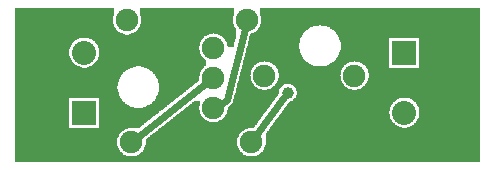
<source format=gtl>
G04 MADE WITH FRITZING*
G04 WWW.FRITZING.ORG*
G04 DOUBLE SIDED*
G04 HOLES PLATED*
G04 CONTOUR ON CENTER OF CONTOUR VECTOR*
%ASAXBY*%
%FSLAX23Y23*%
%MOIN*%
%OFA0B0*%
%SFA1.0B1.0*%
%ADD10C,0.075000*%
%ADD11C,0.080000*%
%ADD12C,0.039370*%
%ADD13R,0.079986X0.080000*%
%ADD14C,0.024000*%
%LNCOPPER1*%
G90*
G70*
G54D10*
X1446Y489D03*
X427Y108D03*
X827Y108D03*
X412Y515D03*
X812Y515D03*
X700Y423D03*
X700Y323D03*
X700Y223D03*
G54D11*
X1337Y407D03*
X1337Y207D03*
X270Y207D03*
X270Y407D03*
G54D10*
X1170Y330D03*
X870Y330D03*
G54D12*
X948Y273D03*
G54D13*
X1337Y407D03*
X270Y207D03*
G54D14*
X805Y487D02*
X744Y249D01*
X744Y249D02*
X724Y237D01*
D02*
X449Y125D02*
X677Y305D01*
D02*
X843Y131D02*
X937Y258D01*
G36*
X40Y557D02*
X40Y467D01*
X406Y467D01*
X406Y469D01*
X398Y469D01*
X398Y471D01*
X392Y471D01*
X392Y473D01*
X388Y473D01*
X388Y475D01*
X386Y475D01*
X386Y477D01*
X382Y477D01*
X382Y479D01*
X380Y479D01*
X380Y481D01*
X378Y481D01*
X378Y483D01*
X376Y483D01*
X376Y485D01*
X374Y485D01*
X374Y489D01*
X372Y489D01*
X372Y491D01*
X370Y491D01*
X370Y495D01*
X368Y495D01*
X368Y501D01*
X366Y501D01*
X366Y509D01*
X364Y509D01*
X364Y521D01*
X366Y521D01*
X366Y529D01*
X368Y529D01*
X368Y535D01*
X370Y535D01*
X370Y557D01*
X40Y557D01*
G37*
D02*
G36*
X454Y557D02*
X454Y535D01*
X456Y535D01*
X456Y529D01*
X458Y529D01*
X458Y521D01*
X460Y521D01*
X460Y509D01*
X458Y509D01*
X458Y501D01*
X456Y501D01*
X456Y495D01*
X454Y495D01*
X454Y491D01*
X452Y491D01*
X452Y489D01*
X450Y489D01*
X450Y485D01*
X448Y485D01*
X448Y483D01*
X446Y483D01*
X446Y481D01*
X444Y481D01*
X444Y479D01*
X442Y479D01*
X442Y477D01*
X438Y477D01*
X438Y475D01*
X436Y475D01*
X436Y473D01*
X432Y473D01*
X432Y471D01*
X702Y471D01*
X702Y469D01*
X714Y469D01*
X714Y467D01*
X720Y467D01*
X720Y465D01*
X722Y465D01*
X722Y463D01*
X726Y463D01*
X726Y461D01*
X728Y461D01*
X728Y459D01*
X732Y459D01*
X732Y457D01*
X734Y457D01*
X734Y455D01*
X736Y455D01*
X736Y451D01*
X738Y451D01*
X738Y449D01*
X740Y449D01*
X740Y445D01*
X742Y445D01*
X742Y443D01*
X744Y443D01*
X744Y437D01*
X746Y437D01*
X746Y429D01*
X748Y429D01*
X748Y427D01*
X768Y427D01*
X768Y435D01*
X770Y435D01*
X770Y443D01*
X772Y443D01*
X772Y451D01*
X774Y451D01*
X774Y459D01*
X776Y459D01*
X776Y485D01*
X774Y485D01*
X774Y489D01*
X772Y489D01*
X772Y491D01*
X770Y491D01*
X770Y495D01*
X768Y495D01*
X768Y501D01*
X766Y501D01*
X766Y509D01*
X764Y509D01*
X764Y521D01*
X766Y521D01*
X766Y529D01*
X768Y529D01*
X768Y535D01*
X770Y535D01*
X770Y557D01*
X454Y557D01*
G37*
D02*
G36*
X854Y557D02*
X854Y535D01*
X856Y535D01*
X856Y529D01*
X858Y529D01*
X858Y521D01*
X860Y521D01*
X860Y509D01*
X858Y509D01*
X858Y501D01*
X856Y501D01*
X856Y499D01*
X1058Y499D01*
X1058Y497D01*
X1072Y497D01*
X1072Y495D01*
X1078Y495D01*
X1078Y493D01*
X1084Y493D01*
X1084Y491D01*
X1088Y491D01*
X1088Y489D01*
X1090Y489D01*
X1090Y487D01*
X1094Y487D01*
X1094Y485D01*
X1096Y485D01*
X1096Y483D01*
X1100Y483D01*
X1100Y481D01*
X1102Y481D01*
X1102Y479D01*
X1104Y479D01*
X1104Y477D01*
X1106Y477D01*
X1106Y475D01*
X1108Y475D01*
X1108Y473D01*
X1110Y473D01*
X1110Y469D01*
X1112Y469D01*
X1112Y467D01*
X1114Y467D01*
X1114Y463D01*
X1116Y463D01*
X1116Y459D01*
X1118Y459D01*
X1118Y457D01*
X1386Y457D01*
X1386Y357D01*
X1588Y357D01*
X1588Y557D01*
X854Y557D01*
G37*
D02*
G36*
X856Y499D02*
X856Y495D01*
X854Y495D01*
X854Y491D01*
X852Y491D01*
X852Y489D01*
X850Y489D01*
X850Y485D01*
X848Y485D01*
X848Y483D01*
X846Y483D01*
X846Y481D01*
X844Y481D01*
X844Y479D01*
X842Y479D01*
X842Y477D01*
X838Y477D01*
X838Y475D01*
X836Y475D01*
X836Y473D01*
X832Y473D01*
X832Y471D01*
X826Y471D01*
X826Y469D01*
X822Y469D01*
X822Y461D01*
X820Y461D01*
X820Y453D01*
X818Y453D01*
X818Y445D01*
X816Y445D01*
X816Y437D01*
X814Y437D01*
X814Y429D01*
X812Y429D01*
X812Y423D01*
X810Y423D01*
X810Y415D01*
X808Y415D01*
X808Y407D01*
X806Y407D01*
X806Y399D01*
X804Y399D01*
X804Y391D01*
X802Y391D01*
X802Y383D01*
X800Y383D01*
X800Y379D01*
X872Y379D01*
X872Y377D01*
X884Y377D01*
X884Y375D01*
X890Y375D01*
X890Y373D01*
X894Y373D01*
X894Y371D01*
X896Y371D01*
X896Y369D01*
X900Y369D01*
X900Y367D01*
X902Y367D01*
X902Y365D01*
X904Y365D01*
X904Y363D01*
X906Y363D01*
X906Y361D01*
X1040Y361D01*
X1040Y363D01*
X1032Y363D01*
X1032Y365D01*
X1028Y365D01*
X1028Y367D01*
X1024Y367D01*
X1024Y369D01*
X1020Y369D01*
X1020Y371D01*
X1016Y371D01*
X1016Y373D01*
X1014Y373D01*
X1014Y375D01*
X1012Y375D01*
X1012Y377D01*
X1008Y377D01*
X1008Y379D01*
X1006Y379D01*
X1006Y381D01*
X1004Y381D01*
X1004Y383D01*
X1002Y383D01*
X1002Y387D01*
X1000Y387D01*
X1000Y389D01*
X998Y389D01*
X998Y393D01*
X996Y393D01*
X996Y395D01*
X994Y395D01*
X994Y399D01*
X992Y399D01*
X992Y405D01*
X990Y405D01*
X990Y409D01*
X988Y409D01*
X988Y419D01*
X986Y419D01*
X986Y439D01*
X988Y439D01*
X988Y449D01*
X990Y449D01*
X990Y455D01*
X992Y455D01*
X992Y459D01*
X994Y459D01*
X994Y463D01*
X996Y463D01*
X996Y467D01*
X998Y467D01*
X998Y469D01*
X1000Y469D01*
X1000Y471D01*
X1002Y471D01*
X1002Y475D01*
X1004Y475D01*
X1004Y477D01*
X1006Y477D01*
X1006Y479D01*
X1008Y479D01*
X1008Y481D01*
X1010Y481D01*
X1010Y483D01*
X1014Y483D01*
X1014Y485D01*
X1016Y485D01*
X1016Y487D01*
X1020Y487D01*
X1020Y489D01*
X1022Y489D01*
X1022Y491D01*
X1028Y491D01*
X1028Y493D01*
X1032Y493D01*
X1032Y495D01*
X1038Y495D01*
X1038Y497D01*
X1052Y497D01*
X1052Y499D01*
X856Y499D01*
G37*
D02*
G36*
X426Y471D02*
X426Y469D01*
X418Y469D01*
X418Y467D01*
X686Y467D01*
X686Y469D01*
X698Y469D01*
X698Y471D01*
X426Y471D01*
G37*
D02*
G36*
X40Y467D02*
X40Y465D01*
X680Y465D01*
X680Y467D01*
X40Y467D01*
G37*
D02*
G36*
X40Y467D02*
X40Y465D01*
X680Y465D01*
X680Y467D01*
X40Y467D01*
G37*
D02*
G36*
X40Y465D02*
X40Y457D01*
X280Y457D01*
X280Y455D01*
X286Y455D01*
X286Y453D01*
X292Y453D01*
X292Y451D01*
X294Y451D01*
X294Y449D01*
X298Y449D01*
X298Y447D01*
X300Y447D01*
X300Y445D01*
X304Y445D01*
X304Y443D01*
X306Y443D01*
X306Y439D01*
X308Y439D01*
X308Y437D01*
X310Y437D01*
X310Y435D01*
X312Y435D01*
X312Y431D01*
X314Y431D01*
X314Y427D01*
X316Y427D01*
X316Y423D01*
X318Y423D01*
X318Y413D01*
X320Y413D01*
X320Y401D01*
X318Y401D01*
X318Y391D01*
X316Y391D01*
X316Y387D01*
X314Y387D01*
X314Y383D01*
X312Y383D01*
X312Y379D01*
X310Y379D01*
X310Y377D01*
X308Y377D01*
X308Y375D01*
X306Y375D01*
X306Y373D01*
X304Y373D01*
X304Y371D01*
X302Y371D01*
X302Y369D01*
X300Y369D01*
X300Y367D01*
X298Y367D01*
X298Y365D01*
X294Y365D01*
X294Y363D01*
X290Y363D01*
X290Y361D01*
X458Y361D01*
X458Y359D01*
X468Y359D01*
X468Y357D01*
X474Y357D01*
X474Y355D01*
X478Y355D01*
X478Y353D01*
X482Y353D01*
X482Y351D01*
X486Y351D01*
X486Y349D01*
X490Y349D01*
X490Y347D01*
X492Y347D01*
X492Y345D01*
X494Y345D01*
X494Y343D01*
X496Y343D01*
X496Y341D01*
X498Y341D01*
X498Y339D01*
X500Y339D01*
X500Y337D01*
X502Y337D01*
X502Y335D01*
X504Y335D01*
X504Y333D01*
X506Y333D01*
X506Y329D01*
X508Y329D01*
X508Y327D01*
X510Y327D01*
X510Y323D01*
X512Y323D01*
X512Y319D01*
X514Y319D01*
X514Y313D01*
X516Y313D01*
X516Y307D01*
X518Y307D01*
X518Y277D01*
X516Y277D01*
X516Y269D01*
X514Y269D01*
X514Y265D01*
X512Y265D01*
X512Y261D01*
X510Y261D01*
X510Y257D01*
X508Y257D01*
X508Y253D01*
X506Y253D01*
X506Y251D01*
X504Y251D01*
X504Y247D01*
X502Y247D01*
X502Y245D01*
X500Y245D01*
X500Y243D01*
X498Y243D01*
X498Y241D01*
X496Y241D01*
X496Y239D01*
X494Y239D01*
X494Y237D01*
X490Y237D01*
X490Y235D01*
X488Y235D01*
X488Y233D01*
X484Y233D01*
X484Y231D01*
X480Y231D01*
X480Y229D01*
X476Y229D01*
X476Y227D01*
X472Y227D01*
X472Y225D01*
X464Y225D01*
X464Y223D01*
X538Y223D01*
X538Y225D01*
X542Y225D01*
X542Y227D01*
X544Y227D01*
X544Y229D01*
X546Y229D01*
X546Y231D01*
X548Y231D01*
X548Y233D01*
X552Y233D01*
X552Y235D01*
X554Y235D01*
X554Y237D01*
X556Y237D01*
X556Y239D01*
X560Y239D01*
X560Y241D01*
X562Y241D01*
X562Y243D01*
X564Y243D01*
X564Y245D01*
X566Y245D01*
X566Y247D01*
X570Y247D01*
X570Y249D01*
X572Y249D01*
X572Y251D01*
X574Y251D01*
X574Y253D01*
X576Y253D01*
X576Y255D01*
X580Y255D01*
X580Y257D01*
X582Y257D01*
X582Y259D01*
X584Y259D01*
X584Y261D01*
X588Y261D01*
X588Y263D01*
X590Y263D01*
X590Y265D01*
X592Y265D01*
X592Y267D01*
X594Y267D01*
X594Y269D01*
X598Y269D01*
X598Y271D01*
X600Y271D01*
X600Y273D01*
X602Y273D01*
X602Y275D01*
X604Y275D01*
X604Y277D01*
X608Y277D01*
X608Y279D01*
X610Y279D01*
X610Y281D01*
X612Y281D01*
X612Y283D01*
X616Y283D01*
X616Y285D01*
X618Y285D01*
X618Y287D01*
X620Y287D01*
X620Y289D01*
X622Y289D01*
X622Y291D01*
X626Y291D01*
X626Y293D01*
X628Y293D01*
X628Y295D01*
X630Y295D01*
X630Y297D01*
X632Y297D01*
X632Y299D01*
X636Y299D01*
X636Y301D01*
X638Y301D01*
X638Y303D01*
X640Y303D01*
X640Y305D01*
X644Y305D01*
X644Y307D01*
X646Y307D01*
X646Y309D01*
X648Y309D01*
X648Y311D01*
X650Y311D01*
X650Y313D01*
X652Y313D01*
X652Y329D01*
X654Y329D01*
X654Y337D01*
X656Y337D01*
X656Y343D01*
X658Y343D01*
X658Y347D01*
X660Y347D01*
X660Y349D01*
X662Y349D01*
X662Y353D01*
X664Y353D01*
X664Y355D01*
X666Y355D01*
X666Y357D01*
X668Y357D01*
X668Y359D01*
X670Y359D01*
X670Y361D01*
X674Y361D01*
X674Y363D01*
X676Y363D01*
X676Y383D01*
X672Y383D01*
X672Y385D01*
X670Y385D01*
X670Y387D01*
X668Y387D01*
X668Y389D01*
X666Y389D01*
X666Y391D01*
X664Y391D01*
X664Y393D01*
X662Y393D01*
X662Y395D01*
X660Y395D01*
X660Y399D01*
X658Y399D01*
X658Y403D01*
X656Y403D01*
X656Y407D01*
X654Y407D01*
X654Y415D01*
X652Y415D01*
X652Y429D01*
X654Y429D01*
X654Y437D01*
X656Y437D01*
X656Y443D01*
X658Y443D01*
X658Y447D01*
X660Y447D01*
X660Y449D01*
X662Y449D01*
X662Y453D01*
X664Y453D01*
X664Y455D01*
X666Y455D01*
X666Y457D01*
X668Y457D01*
X668Y459D01*
X670Y459D01*
X670Y461D01*
X674Y461D01*
X674Y463D01*
X678Y463D01*
X678Y465D01*
X40Y465D01*
G37*
D02*
G36*
X40Y457D02*
X40Y357D01*
X262Y357D01*
X262Y359D01*
X254Y359D01*
X254Y361D01*
X248Y361D01*
X248Y363D01*
X244Y363D01*
X244Y365D01*
X242Y365D01*
X242Y367D01*
X238Y367D01*
X238Y369D01*
X236Y369D01*
X236Y371D01*
X234Y371D01*
X234Y373D01*
X232Y373D01*
X232Y375D01*
X230Y375D01*
X230Y379D01*
X228Y379D01*
X228Y381D01*
X226Y381D01*
X226Y385D01*
X224Y385D01*
X224Y389D01*
X222Y389D01*
X222Y395D01*
X220Y395D01*
X220Y419D01*
X222Y419D01*
X222Y425D01*
X224Y425D01*
X224Y429D01*
X226Y429D01*
X226Y433D01*
X228Y433D01*
X228Y437D01*
X230Y437D01*
X230Y439D01*
X232Y439D01*
X232Y441D01*
X234Y441D01*
X234Y443D01*
X236Y443D01*
X236Y445D01*
X238Y445D01*
X238Y447D01*
X240Y447D01*
X240Y449D01*
X244Y449D01*
X244Y451D01*
X248Y451D01*
X248Y453D01*
X252Y453D01*
X252Y455D01*
X260Y455D01*
X260Y457D01*
X40Y457D01*
G37*
D02*
G36*
X1118Y457D02*
X1118Y455D01*
X1120Y455D01*
X1120Y449D01*
X1122Y449D01*
X1122Y441D01*
X1124Y441D01*
X1124Y417D01*
X1122Y417D01*
X1122Y409D01*
X1120Y409D01*
X1120Y403D01*
X1118Y403D01*
X1118Y399D01*
X1116Y399D01*
X1116Y395D01*
X1114Y395D01*
X1114Y391D01*
X1112Y391D01*
X1112Y389D01*
X1110Y389D01*
X1110Y387D01*
X1108Y387D01*
X1108Y383D01*
X1106Y383D01*
X1106Y381D01*
X1104Y381D01*
X1104Y379D01*
X1172Y379D01*
X1172Y377D01*
X1184Y377D01*
X1184Y375D01*
X1190Y375D01*
X1190Y373D01*
X1194Y373D01*
X1194Y371D01*
X1196Y371D01*
X1196Y369D01*
X1200Y369D01*
X1200Y367D01*
X1202Y367D01*
X1202Y365D01*
X1204Y365D01*
X1204Y363D01*
X1206Y363D01*
X1206Y361D01*
X1208Y361D01*
X1208Y357D01*
X1286Y357D01*
X1286Y457D01*
X1118Y457D01*
G37*
D02*
G36*
X800Y379D02*
X800Y375D01*
X798Y375D01*
X798Y367D01*
X796Y367D01*
X796Y359D01*
X794Y359D01*
X794Y351D01*
X792Y351D01*
X792Y343D01*
X790Y343D01*
X790Y337D01*
X788Y337D01*
X788Y329D01*
X786Y329D01*
X786Y321D01*
X784Y321D01*
X784Y313D01*
X782Y313D01*
X782Y305D01*
X780Y305D01*
X780Y297D01*
X778Y297D01*
X778Y289D01*
X776Y289D01*
X776Y283D01*
X862Y283D01*
X862Y285D01*
X854Y285D01*
X854Y287D01*
X850Y287D01*
X850Y289D01*
X846Y289D01*
X846Y291D01*
X842Y291D01*
X842Y293D01*
X840Y293D01*
X840Y295D01*
X838Y295D01*
X838Y297D01*
X836Y297D01*
X836Y299D01*
X834Y299D01*
X834Y301D01*
X832Y301D01*
X832Y305D01*
X830Y305D01*
X830Y307D01*
X828Y307D01*
X828Y311D01*
X826Y311D01*
X826Y317D01*
X824Y317D01*
X824Y329D01*
X822Y329D01*
X822Y333D01*
X824Y333D01*
X824Y343D01*
X826Y343D01*
X826Y349D01*
X828Y349D01*
X828Y353D01*
X830Y353D01*
X830Y357D01*
X832Y357D01*
X832Y359D01*
X834Y359D01*
X834Y361D01*
X836Y361D01*
X836Y365D01*
X840Y365D01*
X840Y367D01*
X842Y367D01*
X842Y369D01*
X844Y369D01*
X844Y371D01*
X848Y371D01*
X848Y373D01*
X852Y373D01*
X852Y375D01*
X858Y375D01*
X858Y377D01*
X870Y377D01*
X870Y379D01*
X800Y379D01*
G37*
D02*
G36*
X1102Y379D02*
X1102Y377D01*
X1100Y377D01*
X1100Y375D01*
X1096Y375D01*
X1096Y373D01*
X1094Y373D01*
X1094Y371D01*
X1090Y371D01*
X1090Y369D01*
X1086Y369D01*
X1086Y367D01*
X1082Y367D01*
X1082Y365D01*
X1078Y365D01*
X1078Y363D01*
X1070Y363D01*
X1070Y361D01*
X1136Y361D01*
X1136Y365D01*
X1140Y365D01*
X1140Y367D01*
X1142Y367D01*
X1142Y369D01*
X1144Y369D01*
X1144Y371D01*
X1148Y371D01*
X1148Y373D01*
X1152Y373D01*
X1152Y375D01*
X1158Y375D01*
X1158Y377D01*
X1170Y377D01*
X1170Y379D01*
X1102Y379D01*
G37*
D02*
G36*
X286Y361D02*
X286Y359D01*
X278Y359D01*
X278Y357D01*
X432Y357D01*
X432Y359D01*
X442Y359D01*
X442Y361D01*
X286Y361D01*
G37*
D02*
G36*
X908Y361D02*
X908Y359D01*
X1134Y359D01*
X1134Y361D01*
X908Y361D01*
G37*
D02*
G36*
X908Y361D02*
X908Y359D01*
X1134Y359D01*
X1134Y361D01*
X908Y361D01*
G37*
D02*
G36*
X908Y359D02*
X908Y357D01*
X910Y357D01*
X910Y355D01*
X912Y355D01*
X912Y351D01*
X914Y351D01*
X914Y347D01*
X916Y347D01*
X916Y339D01*
X918Y339D01*
X918Y323D01*
X916Y323D01*
X916Y315D01*
X914Y315D01*
X914Y311D01*
X912Y311D01*
X912Y307D01*
X910Y307D01*
X910Y303D01*
X954Y303D01*
X954Y301D01*
X960Y301D01*
X960Y299D01*
X964Y299D01*
X964Y297D01*
X966Y297D01*
X966Y295D01*
X968Y295D01*
X968Y293D01*
X970Y293D01*
X970Y291D01*
X972Y291D01*
X972Y289D01*
X974Y289D01*
X974Y285D01*
X976Y285D01*
X976Y283D01*
X1162Y283D01*
X1162Y285D01*
X1154Y285D01*
X1154Y287D01*
X1150Y287D01*
X1150Y289D01*
X1146Y289D01*
X1146Y291D01*
X1142Y291D01*
X1142Y293D01*
X1140Y293D01*
X1140Y295D01*
X1138Y295D01*
X1138Y297D01*
X1136Y297D01*
X1136Y299D01*
X1134Y299D01*
X1134Y301D01*
X1132Y301D01*
X1132Y305D01*
X1130Y305D01*
X1130Y307D01*
X1128Y307D01*
X1128Y311D01*
X1126Y311D01*
X1126Y317D01*
X1124Y317D01*
X1124Y329D01*
X1122Y329D01*
X1122Y333D01*
X1124Y333D01*
X1124Y343D01*
X1126Y343D01*
X1126Y349D01*
X1128Y349D01*
X1128Y353D01*
X1130Y353D01*
X1130Y357D01*
X1132Y357D01*
X1132Y359D01*
X908Y359D01*
G37*
D02*
G36*
X40Y357D02*
X40Y355D01*
X426Y355D01*
X426Y357D01*
X40Y357D01*
G37*
D02*
G36*
X40Y357D02*
X40Y355D01*
X426Y355D01*
X426Y357D01*
X40Y357D01*
G37*
D02*
G36*
X1210Y357D02*
X1210Y355D01*
X1588Y355D01*
X1588Y357D01*
X1210Y357D01*
G37*
D02*
G36*
X1210Y357D02*
X1210Y355D01*
X1588Y355D01*
X1588Y357D01*
X1210Y357D01*
G37*
D02*
G36*
X40Y355D02*
X40Y257D01*
X320Y257D01*
X320Y223D01*
X436Y223D01*
X436Y225D01*
X428Y225D01*
X428Y227D01*
X422Y227D01*
X422Y229D01*
X418Y229D01*
X418Y231D01*
X414Y231D01*
X414Y233D01*
X412Y233D01*
X412Y235D01*
X408Y235D01*
X408Y237D01*
X406Y237D01*
X406Y239D01*
X404Y239D01*
X404Y241D01*
X402Y241D01*
X402Y243D01*
X400Y243D01*
X400Y245D01*
X398Y245D01*
X398Y247D01*
X396Y247D01*
X396Y249D01*
X394Y249D01*
X394Y253D01*
X392Y253D01*
X392Y255D01*
X390Y255D01*
X390Y259D01*
X388Y259D01*
X388Y263D01*
X386Y263D01*
X386Y269D01*
X384Y269D01*
X384Y275D01*
X382Y275D01*
X382Y285D01*
X380Y285D01*
X380Y297D01*
X382Y297D01*
X382Y309D01*
X384Y309D01*
X384Y315D01*
X386Y315D01*
X386Y319D01*
X388Y319D01*
X388Y323D01*
X390Y323D01*
X390Y327D01*
X392Y327D01*
X392Y331D01*
X394Y331D01*
X394Y333D01*
X396Y333D01*
X396Y335D01*
X398Y335D01*
X398Y339D01*
X400Y339D01*
X400Y341D01*
X402Y341D01*
X402Y343D01*
X404Y343D01*
X404Y345D01*
X408Y345D01*
X408Y347D01*
X410Y347D01*
X410Y349D01*
X414Y349D01*
X414Y351D01*
X416Y351D01*
X416Y353D01*
X422Y353D01*
X422Y355D01*
X40Y355D01*
G37*
D02*
G36*
X1212Y355D02*
X1212Y351D01*
X1214Y351D01*
X1214Y347D01*
X1216Y347D01*
X1216Y339D01*
X1218Y339D01*
X1218Y323D01*
X1216Y323D01*
X1216Y315D01*
X1214Y315D01*
X1214Y311D01*
X1212Y311D01*
X1212Y307D01*
X1210Y307D01*
X1210Y303D01*
X1208Y303D01*
X1208Y301D01*
X1206Y301D01*
X1206Y299D01*
X1204Y299D01*
X1204Y297D01*
X1202Y297D01*
X1202Y295D01*
X1200Y295D01*
X1200Y293D01*
X1198Y293D01*
X1198Y291D01*
X1194Y291D01*
X1194Y289D01*
X1192Y289D01*
X1192Y287D01*
X1186Y287D01*
X1186Y285D01*
X1180Y285D01*
X1180Y283D01*
X1588Y283D01*
X1588Y355D01*
X1212Y355D01*
G37*
D02*
G36*
X908Y303D02*
X908Y301D01*
X906Y301D01*
X906Y299D01*
X904Y299D01*
X904Y297D01*
X902Y297D01*
X902Y295D01*
X900Y295D01*
X900Y293D01*
X898Y293D01*
X898Y291D01*
X894Y291D01*
X894Y289D01*
X892Y289D01*
X892Y287D01*
X886Y287D01*
X886Y285D01*
X880Y285D01*
X880Y283D01*
X920Y283D01*
X920Y285D01*
X922Y285D01*
X922Y289D01*
X924Y289D01*
X924Y291D01*
X926Y291D01*
X926Y293D01*
X928Y293D01*
X928Y295D01*
X930Y295D01*
X930Y297D01*
X932Y297D01*
X932Y299D01*
X936Y299D01*
X936Y301D01*
X942Y301D01*
X942Y303D01*
X908Y303D01*
G37*
D02*
G36*
X776Y283D02*
X776Y281D01*
X920Y281D01*
X920Y283D01*
X776Y283D01*
G37*
D02*
G36*
X776Y283D02*
X776Y281D01*
X920Y281D01*
X920Y283D01*
X776Y283D01*
G37*
D02*
G36*
X976Y283D02*
X976Y281D01*
X1588Y281D01*
X1588Y283D01*
X976Y283D01*
G37*
D02*
G36*
X976Y283D02*
X976Y281D01*
X1588Y281D01*
X1588Y283D01*
X976Y283D01*
G37*
D02*
G36*
X774Y281D02*
X774Y273D01*
X772Y273D01*
X772Y265D01*
X770Y265D01*
X770Y257D01*
X768Y257D01*
X768Y251D01*
X766Y251D01*
X766Y243D01*
X764Y243D01*
X764Y239D01*
X762Y239D01*
X762Y235D01*
X760Y235D01*
X760Y233D01*
X758Y233D01*
X758Y231D01*
X756Y231D01*
X756Y229D01*
X752Y229D01*
X752Y227D01*
X748Y227D01*
X748Y217D01*
X746Y217D01*
X746Y209D01*
X744Y209D01*
X744Y203D01*
X742Y203D01*
X742Y199D01*
X740Y199D01*
X740Y195D01*
X738Y195D01*
X738Y193D01*
X736Y193D01*
X736Y191D01*
X734Y191D01*
X734Y189D01*
X732Y189D01*
X732Y187D01*
X730Y187D01*
X730Y185D01*
X728Y185D01*
X728Y183D01*
X724Y183D01*
X724Y181D01*
X720Y181D01*
X720Y179D01*
X716Y179D01*
X716Y177D01*
X708Y177D01*
X708Y175D01*
X850Y175D01*
X850Y179D01*
X852Y179D01*
X852Y181D01*
X854Y181D01*
X854Y183D01*
X856Y183D01*
X856Y187D01*
X858Y187D01*
X858Y189D01*
X860Y189D01*
X860Y191D01*
X862Y191D01*
X862Y195D01*
X864Y195D01*
X864Y197D01*
X866Y197D01*
X866Y201D01*
X868Y201D01*
X868Y203D01*
X870Y203D01*
X870Y205D01*
X872Y205D01*
X872Y209D01*
X874Y209D01*
X874Y211D01*
X876Y211D01*
X876Y213D01*
X878Y213D01*
X878Y217D01*
X880Y217D01*
X880Y219D01*
X882Y219D01*
X882Y221D01*
X884Y221D01*
X884Y225D01*
X886Y225D01*
X886Y227D01*
X888Y227D01*
X888Y229D01*
X890Y229D01*
X890Y233D01*
X892Y233D01*
X892Y235D01*
X894Y235D01*
X894Y239D01*
X896Y239D01*
X896Y241D01*
X898Y241D01*
X898Y243D01*
X900Y243D01*
X900Y247D01*
X902Y247D01*
X902Y249D01*
X904Y249D01*
X904Y251D01*
X906Y251D01*
X906Y255D01*
X908Y255D01*
X908Y257D01*
X910Y257D01*
X910Y259D01*
X912Y259D01*
X912Y263D01*
X914Y263D01*
X914Y265D01*
X916Y265D01*
X916Y269D01*
X918Y269D01*
X918Y279D01*
X920Y279D01*
X920Y281D01*
X774Y281D01*
G37*
D02*
G36*
X976Y281D02*
X976Y279D01*
X978Y279D01*
X978Y267D01*
X976Y267D01*
X976Y261D01*
X974Y261D01*
X974Y257D01*
X1346Y257D01*
X1346Y255D01*
X1354Y255D01*
X1354Y253D01*
X1358Y253D01*
X1358Y251D01*
X1362Y251D01*
X1362Y249D01*
X1364Y249D01*
X1364Y247D01*
X1368Y247D01*
X1368Y245D01*
X1370Y245D01*
X1370Y243D01*
X1372Y243D01*
X1372Y241D01*
X1374Y241D01*
X1374Y239D01*
X1376Y239D01*
X1376Y237D01*
X1378Y237D01*
X1378Y233D01*
X1380Y233D01*
X1380Y229D01*
X1382Y229D01*
X1382Y225D01*
X1384Y225D01*
X1384Y219D01*
X1386Y219D01*
X1386Y195D01*
X1384Y195D01*
X1384Y189D01*
X1382Y189D01*
X1382Y185D01*
X1380Y185D01*
X1380Y181D01*
X1378Y181D01*
X1378Y179D01*
X1376Y179D01*
X1376Y175D01*
X1374Y175D01*
X1374Y173D01*
X1372Y173D01*
X1372Y171D01*
X1370Y171D01*
X1370Y169D01*
X1368Y169D01*
X1368Y167D01*
X1364Y167D01*
X1364Y165D01*
X1362Y165D01*
X1362Y163D01*
X1358Y163D01*
X1358Y161D01*
X1354Y161D01*
X1354Y159D01*
X1346Y159D01*
X1346Y157D01*
X1588Y157D01*
X1588Y281D01*
X976Y281D01*
G37*
D02*
G36*
X40Y257D02*
X40Y157D01*
X220Y157D01*
X220Y257D01*
X40Y257D01*
G37*
D02*
G36*
X972Y257D02*
X972Y255D01*
X970Y255D01*
X970Y253D01*
X968Y253D01*
X968Y251D01*
X966Y251D01*
X966Y249D01*
X964Y249D01*
X964Y247D01*
X960Y247D01*
X960Y245D01*
X954Y245D01*
X954Y243D01*
X952Y243D01*
X952Y239D01*
X950Y239D01*
X950Y237D01*
X948Y237D01*
X948Y235D01*
X946Y235D01*
X946Y231D01*
X944Y231D01*
X944Y229D01*
X942Y229D01*
X942Y227D01*
X940Y227D01*
X940Y223D01*
X938Y223D01*
X938Y221D01*
X936Y221D01*
X936Y219D01*
X934Y219D01*
X934Y215D01*
X932Y215D01*
X932Y213D01*
X930Y213D01*
X930Y211D01*
X928Y211D01*
X928Y207D01*
X926Y207D01*
X926Y205D01*
X924Y205D01*
X924Y201D01*
X922Y201D01*
X922Y199D01*
X920Y199D01*
X920Y197D01*
X918Y197D01*
X918Y193D01*
X916Y193D01*
X916Y191D01*
X914Y191D01*
X914Y189D01*
X912Y189D01*
X912Y185D01*
X910Y185D01*
X910Y183D01*
X908Y183D01*
X908Y181D01*
X906Y181D01*
X906Y177D01*
X904Y177D01*
X904Y175D01*
X902Y175D01*
X902Y171D01*
X900Y171D01*
X900Y169D01*
X898Y169D01*
X898Y167D01*
X896Y167D01*
X896Y163D01*
X894Y163D01*
X894Y161D01*
X892Y161D01*
X892Y159D01*
X890Y159D01*
X890Y157D01*
X1328Y157D01*
X1328Y159D01*
X1320Y159D01*
X1320Y161D01*
X1316Y161D01*
X1316Y163D01*
X1312Y163D01*
X1312Y165D01*
X1308Y165D01*
X1308Y167D01*
X1306Y167D01*
X1306Y169D01*
X1304Y169D01*
X1304Y171D01*
X1302Y171D01*
X1302Y173D01*
X1300Y173D01*
X1300Y175D01*
X1298Y175D01*
X1298Y177D01*
X1296Y177D01*
X1296Y179D01*
X1294Y179D01*
X1294Y183D01*
X1292Y183D01*
X1292Y187D01*
X1290Y187D01*
X1290Y191D01*
X1288Y191D01*
X1288Y201D01*
X1286Y201D01*
X1286Y213D01*
X1288Y213D01*
X1288Y223D01*
X1290Y223D01*
X1290Y227D01*
X1292Y227D01*
X1292Y231D01*
X1294Y231D01*
X1294Y235D01*
X1296Y235D01*
X1296Y237D01*
X1298Y237D01*
X1298Y239D01*
X1300Y239D01*
X1300Y243D01*
X1304Y243D01*
X1304Y245D01*
X1306Y245D01*
X1306Y247D01*
X1308Y247D01*
X1308Y249D01*
X1312Y249D01*
X1312Y251D01*
X1316Y251D01*
X1316Y253D01*
X1320Y253D01*
X1320Y255D01*
X1326Y255D01*
X1326Y257D01*
X972Y257D01*
G37*
D02*
G36*
X636Y245D02*
X636Y243D01*
X632Y243D01*
X632Y241D01*
X630Y241D01*
X630Y239D01*
X628Y239D01*
X628Y237D01*
X626Y237D01*
X626Y235D01*
X622Y235D01*
X622Y233D01*
X620Y233D01*
X620Y231D01*
X618Y231D01*
X618Y229D01*
X616Y229D01*
X616Y227D01*
X612Y227D01*
X612Y225D01*
X610Y225D01*
X610Y223D01*
X608Y223D01*
X608Y221D01*
X604Y221D01*
X604Y219D01*
X602Y219D01*
X602Y217D01*
X600Y217D01*
X600Y215D01*
X598Y215D01*
X598Y213D01*
X594Y213D01*
X594Y211D01*
X592Y211D01*
X592Y209D01*
X590Y209D01*
X590Y207D01*
X588Y207D01*
X588Y205D01*
X584Y205D01*
X584Y203D01*
X582Y203D01*
X582Y201D01*
X580Y201D01*
X580Y199D01*
X576Y199D01*
X576Y197D01*
X574Y197D01*
X574Y195D01*
X572Y195D01*
X572Y193D01*
X570Y193D01*
X570Y191D01*
X566Y191D01*
X566Y189D01*
X564Y189D01*
X564Y187D01*
X562Y187D01*
X562Y185D01*
X560Y185D01*
X560Y183D01*
X556Y183D01*
X556Y181D01*
X554Y181D01*
X554Y179D01*
X552Y179D01*
X552Y177D01*
X548Y177D01*
X548Y175D01*
X692Y175D01*
X692Y177D01*
X684Y177D01*
X684Y179D01*
X680Y179D01*
X680Y181D01*
X676Y181D01*
X676Y183D01*
X672Y183D01*
X672Y185D01*
X670Y185D01*
X670Y187D01*
X668Y187D01*
X668Y189D01*
X666Y189D01*
X666Y191D01*
X664Y191D01*
X664Y193D01*
X662Y193D01*
X662Y195D01*
X660Y195D01*
X660Y199D01*
X658Y199D01*
X658Y203D01*
X656Y203D01*
X656Y207D01*
X654Y207D01*
X654Y215D01*
X652Y215D01*
X652Y229D01*
X654Y229D01*
X654Y237D01*
X656Y237D01*
X656Y245D01*
X636Y245D01*
G37*
D02*
G36*
X320Y223D02*
X320Y221D01*
X536Y221D01*
X536Y223D01*
X320Y223D01*
G37*
D02*
G36*
X320Y223D02*
X320Y221D01*
X536Y221D01*
X536Y223D01*
X320Y223D01*
G37*
D02*
G36*
X320Y221D02*
X320Y157D01*
X454Y157D01*
X454Y159D01*
X458Y159D01*
X458Y161D01*
X460Y161D01*
X460Y163D01*
X462Y163D01*
X462Y165D01*
X464Y165D01*
X464Y167D01*
X468Y167D01*
X468Y169D01*
X470Y169D01*
X470Y171D01*
X472Y171D01*
X472Y173D01*
X476Y173D01*
X476Y175D01*
X478Y175D01*
X478Y177D01*
X480Y177D01*
X480Y179D01*
X482Y179D01*
X482Y181D01*
X486Y181D01*
X486Y183D01*
X488Y183D01*
X488Y185D01*
X490Y185D01*
X490Y187D01*
X492Y187D01*
X492Y189D01*
X496Y189D01*
X496Y191D01*
X498Y191D01*
X498Y193D01*
X500Y193D01*
X500Y195D01*
X504Y195D01*
X504Y197D01*
X506Y197D01*
X506Y199D01*
X508Y199D01*
X508Y201D01*
X510Y201D01*
X510Y203D01*
X514Y203D01*
X514Y205D01*
X516Y205D01*
X516Y207D01*
X518Y207D01*
X518Y209D01*
X520Y209D01*
X520Y211D01*
X524Y211D01*
X524Y213D01*
X526Y213D01*
X526Y215D01*
X528Y215D01*
X528Y217D01*
X532Y217D01*
X532Y219D01*
X534Y219D01*
X534Y221D01*
X320Y221D01*
G37*
D02*
G36*
X546Y175D02*
X546Y173D01*
X848Y173D01*
X848Y175D01*
X546Y175D01*
G37*
D02*
G36*
X546Y175D02*
X546Y173D01*
X848Y173D01*
X848Y175D01*
X546Y175D01*
G37*
D02*
G36*
X544Y173D02*
X544Y171D01*
X542Y171D01*
X542Y169D01*
X538Y169D01*
X538Y167D01*
X536Y167D01*
X536Y165D01*
X534Y165D01*
X534Y163D01*
X532Y163D01*
X532Y161D01*
X528Y161D01*
X528Y159D01*
X526Y159D01*
X526Y157D01*
X524Y157D01*
X524Y155D01*
X520Y155D01*
X520Y153D01*
X518Y153D01*
X518Y151D01*
X516Y151D01*
X516Y149D01*
X514Y149D01*
X514Y147D01*
X510Y147D01*
X510Y145D01*
X508Y145D01*
X508Y143D01*
X506Y143D01*
X506Y141D01*
X504Y141D01*
X504Y139D01*
X500Y139D01*
X500Y137D01*
X498Y137D01*
X498Y135D01*
X496Y135D01*
X496Y133D01*
X492Y133D01*
X492Y131D01*
X490Y131D01*
X490Y129D01*
X488Y129D01*
X488Y127D01*
X486Y127D01*
X486Y125D01*
X482Y125D01*
X482Y123D01*
X480Y123D01*
X480Y121D01*
X478Y121D01*
X478Y119D01*
X476Y119D01*
X476Y117D01*
X474Y117D01*
X474Y99D01*
X472Y99D01*
X472Y91D01*
X470Y91D01*
X470Y87D01*
X468Y87D01*
X468Y83D01*
X466Y83D01*
X466Y81D01*
X464Y81D01*
X464Y77D01*
X462Y77D01*
X462Y75D01*
X460Y75D01*
X460Y73D01*
X458Y73D01*
X458Y71D01*
X454Y71D01*
X454Y69D01*
X452Y69D01*
X452Y67D01*
X448Y67D01*
X448Y65D01*
X444Y65D01*
X444Y63D01*
X438Y63D01*
X438Y61D01*
X816Y61D01*
X816Y63D01*
X808Y63D01*
X808Y65D01*
X804Y65D01*
X804Y67D01*
X800Y67D01*
X800Y69D01*
X798Y69D01*
X798Y71D01*
X796Y71D01*
X796Y73D01*
X794Y73D01*
X794Y75D01*
X792Y75D01*
X792Y77D01*
X790Y77D01*
X790Y79D01*
X788Y79D01*
X788Y81D01*
X786Y81D01*
X786Y85D01*
X784Y85D01*
X784Y89D01*
X782Y89D01*
X782Y95D01*
X780Y95D01*
X780Y121D01*
X782Y121D01*
X782Y127D01*
X784Y127D01*
X784Y131D01*
X786Y131D01*
X786Y135D01*
X788Y135D01*
X788Y137D01*
X790Y137D01*
X790Y139D01*
X792Y139D01*
X792Y141D01*
X794Y141D01*
X794Y143D01*
X796Y143D01*
X796Y145D01*
X798Y145D01*
X798Y147D01*
X802Y147D01*
X802Y149D01*
X806Y149D01*
X806Y151D01*
X810Y151D01*
X810Y153D01*
X816Y153D01*
X816Y155D01*
X834Y155D01*
X834Y157D01*
X836Y157D01*
X836Y159D01*
X838Y159D01*
X838Y161D01*
X840Y161D01*
X840Y165D01*
X842Y165D01*
X842Y167D01*
X844Y167D01*
X844Y171D01*
X846Y171D01*
X846Y173D01*
X544Y173D01*
G37*
D02*
G36*
X40Y157D02*
X40Y155D01*
X452Y155D01*
X452Y157D01*
X40Y157D01*
G37*
D02*
G36*
X40Y157D02*
X40Y155D01*
X452Y155D01*
X452Y157D01*
X40Y157D01*
G37*
D02*
G36*
X890Y157D02*
X890Y155D01*
X1588Y155D01*
X1588Y157D01*
X890Y157D01*
G37*
D02*
G36*
X890Y157D02*
X890Y155D01*
X1588Y155D01*
X1588Y157D01*
X890Y157D01*
G37*
D02*
G36*
X40Y155D02*
X40Y61D01*
X416Y61D01*
X416Y63D01*
X408Y63D01*
X408Y65D01*
X404Y65D01*
X404Y67D01*
X400Y67D01*
X400Y69D01*
X398Y69D01*
X398Y71D01*
X396Y71D01*
X396Y73D01*
X394Y73D01*
X394Y75D01*
X392Y75D01*
X392Y77D01*
X390Y77D01*
X390Y79D01*
X388Y79D01*
X388Y81D01*
X386Y81D01*
X386Y85D01*
X384Y85D01*
X384Y89D01*
X382Y89D01*
X382Y95D01*
X380Y95D01*
X380Y121D01*
X382Y121D01*
X382Y127D01*
X384Y127D01*
X384Y131D01*
X386Y131D01*
X386Y135D01*
X388Y135D01*
X388Y137D01*
X390Y137D01*
X390Y139D01*
X392Y139D01*
X392Y141D01*
X394Y141D01*
X394Y143D01*
X396Y143D01*
X396Y145D01*
X398Y145D01*
X398Y147D01*
X402Y147D01*
X402Y149D01*
X406Y149D01*
X406Y151D01*
X410Y151D01*
X410Y153D01*
X416Y153D01*
X416Y155D01*
X40Y155D01*
G37*
D02*
G36*
X888Y155D02*
X888Y153D01*
X886Y153D01*
X886Y151D01*
X884Y151D01*
X884Y147D01*
X882Y147D01*
X882Y145D01*
X880Y145D01*
X880Y143D01*
X878Y143D01*
X878Y139D01*
X876Y139D01*
X876Y137D01*
X874Y137D01*
X874Y99D01*
X872Y99D01*
X872Y91D01*
X870Y91D01*
X870Y87D01*
X868Y87D01*
X868Y83D01*
X866Y83D01*
X866Y81D01*
X864Y81D01*
X864Y77D01*
X862Y77D01*
X862Y75D01*
X860Y75D01*
X860Y73D01*
X858Y73D01*
X858Y71D01*
X854Y71D01*
X854Y69D01*
X852Y69D01*
X852Y67D01*
X848Y67D01*
X848Y65D01*
X844Y65D01*
X844Y63D01*
X838Y63D01*
X838Y61D01*
X1588Y61D01*
X1588Y155D01*
X888Y155D01*
G37*
D02*
G36*
X40Y61D02*
X40Y59D01*
X1588Y59D01*
X1588Y61D01*
X40Y61D01*
G37*
D02*
G36*
X40Y61D02*
X40Y59D01*
X1588Y59D01*
X1588Y61D01*
X40Y61D01*
G37*
D02*
G36*
X40Y61D02*
X40Y59D01*
X1588Y59D01*
X1588Y61D01*
X40Y61D01*
G37*
D02*
G36*
X40Y59D02*
X40Y41D01*
X1588Y41D01*
X1588Y59D01*
X40Y59D01*
G37*
D02*
G04 End of Copper1*
M02*
</source>
